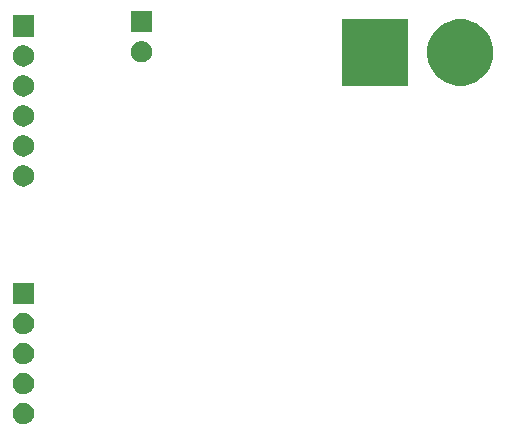
<source format=gbr>
G04 #@! TF.GenerationSoftware,KiCad,Pcbnew,(5.1.5-0)*
G04 #@! TF.CreationDate,2022-03-06T00:17:08-05:00*
G04 #@! TF.ProjectId,ESC_V4,4553435f-5634-42e6-9b69-6361645f7063,rev?*
G04 #@! TF.SameCoordinates,Original*
G04 #@! TF.FileFunction,Soldermask,Bot*
G04 #@! TF.FilePolarity,Negative*
%FSLAX46Y46*%
G04 Gerber Fmt 4.6, Leading zero omitted, Abs format (unit mm)*
G04 Created by KiCad (PCBNEW (5.1.5-0)) date 2022-03-06 00:17:08*
%MOMM*%
%LPD*%
G04 APERTURE LIST*
%ADD10C,0.100000*%
G04 APERTURE END LIST*
D10*
G36*
X206113512Y-81463927D02*
G01*
X206262812Y-81493624D01*
X206426784Y-81561544D01*
X206574354Y-81660147D01*
X206699853Y-81785646D01*
X206798456Y-81933216D01*
X206866376Y-82097188D01*
X206901000Y-82271259D01*
X206901000Y-82448741D01*
X206866376Y-82622812D01*
X206798456Y-82786784D01*
X206699853Y-82934354D01*
X206574354Y-83059853D01*
X206426784Y-83158456D01*
X206262812Y-83226376D01*
X206113512Y-83256073D01*
X206088742Y-83261000D01*
X205911258Y-83261000D01*
X205886488Y-83256073D01*
X205737188Y-83226376D01*
X205573216Y-83158456D01*
X205425646Y-83059853D01*
X205300147Y-82934354D01*
X205201544Y-82786784D01*
X205133624Y-82622812D01*
X205099000Y-82448741D01*
X205099000Y-82271259D01*
X205133624Y-82097188D01*
X205201544Y-81933216D01*
X205300147Y-81785646D01*
X205425646Y-81660147D01*
X205573216Y-81561544D01*
X205737188Y-81493624D01*
X205886488Y-81463927D01*
X205911258Y-81459000D01*
X206088742Y-81459000D01*
X206113512Y-81463927D01*
G37*
G36*
X206113512Y-78923927D02*
G01*
X206262812Y-78953624D01*
X206426784Y-79021544D01*
X206574354Y-79120147D01*
X206699853Y-79245646D01*
X206798456Y-79393216D01*
X206866376Y-79557188D01*
X206901000Y-79731259D01*
X206901000Y-79908741D01*
X206866376Y-80082812D01*
X206798456Y-80246784D01*
X206699853Y-80394354D01*
X206574354Y-80519853D01*
X206426784Y-80618456D01*
X206262812Y-80686376D01*
X206113512Y-80716073D01*
X206088742Y-80721000D01*
X205911258Y-80721000D01*
X205886488Y-80716073D01*
X205737188Y-80686376D01*
X205573216Y-80618456D01*
X205425646Y-80519853D01*
X205300147Y-80394354D01*
X205201544Y-80246784D01*
X205133624Y-80082812D01*
X205099000Y-79908741D01*
X205099000Y-79731259D01*
X205133624Y-79557188D01*
X205201544Y-79393216D01*
X205300147Y-79245646D01*
X205425646Y-79120147D01*
X205573216Y-79021544D01*
X205737188Y-78953624D01*
X205886488Y-78923927D01*
X205911258Y-78919000D01*
X206088742Y-78919000D01*
X206113512Y-78923927D01*
G37*
G36*
X206113512Y-76383927D02*
G01*
X206262812Y-76413624D01*
X206426784Y-76481544D01*
X206574354Y-76580147D01*
X206699853Y-76705646D01*
X206798456Y-76853216D01*
X206866376Y-77017188D01*
X206901000Y-77191259D01*
X206901000Y-77368741D01*
X206866376Y-77542812D01*
X206798456Y-77706784D01*
X206699853Y-77854354D01*
X206574354Y-77979853D01*
X206426784Y-78078456D01*
X206262812Y-78146376D01*
X206113512Y-78176073D01*
X206088742Y-78181000D01*
X205911258Y-78181000D01*
X205886488Y-78176073D01*
X205737188Y-78146376D01*
X205573216Y-78078456D01*
X205425646Y-77979853D01*
X205300147Y-77854354D01*
X205201544Y-77706784D01*
X205133624Y-77542812D01*
X205099000Y-77368741D01*
X205099000Y-77191259D01*
X205133624Y-77017188D01*
X205201544Y-76853216D01*
X205300147Y-76705646D01*
X205425646Y-76580147D01*
X205573216Y-76481544D01*
X205737188Y-76413624D01*
X205886488Y-76383927D01*
X205911258Y-76379000D01*
X206088742Y-76379000D01*
X206113512Y-76383927D01*
G37*
G36*
X206113512Y-73843927D02*
G01*
X206262812Y-73873624D01*
X206426784Y-73941544D01*
X206574354Y-74040147D01*
X206699853Y-74165646D01*
X206798456Y-74313216D01*
X206866376Y-74477188D01*
X206901000Y-74651259D01*
X206901000Y-74828741D01*
X206866376Y-75002812D01*
X206798456Y-75166784D01*
X206699853Y-75314354D01*
X206574354Y-75439853D01*
X206426784Y-75538456D01*
X206262812Y-75606376D01*
X206113512Y-75636073D01*
X206088742Y-75641000D01*
X205911258Y-75641000D01*
X205886488Y-75636073D01*
X205737188Y-75606376D01*
X205573216Y-75538456D01*
X205425646Y-75439853D01*
X205300147Y-75314354D01*
X205201544Y-75166784D01*
X205133624Y-75002812D01*
X205099000Y-74828741D01*
X205099000Y-74651259D01*
X205133624Y-74477188D01*
X205201544Y-74313216D01*
X205300147Y-74165646D01*
X205425646Y-74040147D01*
X205573216Y-73941544D01*
X205737188Y-73873624D01*
X205886488Y-73843927D01*
X205911258Y-73839000D01*
X206088742Y-73839000D01*
X206113512Y-73843927D01*
G37*
G36*
X206901000Y-73101000D02*
G01*
X205099000Y-73101000D01*
X205099000Y-71299000D01*
X206901000Y-71299000D01*
X206901000Y-73101000D01*
G37*
G36*
X206113512Y-61353927D02*
G01*
X206262812Y-61383624D01*
X206426784Y-61451544D01*
X206574354Y-61550147D01*
X206699853Y-61675646D01*
X206798456Y-61823216D01*
X206866376Y-61987188D01*
X206901000Y-62161259D01*
X206901000Y-62338741D01*
X206866376Y-62512812D01*
X206798456Y-62676784D01*
X206699853Y-62824354D01*
X206574354Y-62949853D01*
X206426784Y-63048456D01*
X206262812Y-63116376D01*
X206113512Y-63146073D01*
X206088742Y-63151000D01*
X205911258Y-63151000D01*
X205886488Y-63146073D01*
X205737188Y-63116376D01*
X205573216Y-63048456D01*
X205425646Y-62949853D01*
X205300147Y-62824354D01*
X205201544Y-62676784D01*
X205133624Y-62512812D01*
X205099000Y-62338741D01*
X205099000Y-62161259D01*
X205133624Y-61987188D01*
X205201544Y-61823216D01*
X205300147Y-61675646D01*
X205425646Y-61550147D01*
X205573216Y-61451544D01*
X205737188Y-61383624D01*
X205886488Y-61353927D01*
X205911258Y-61349000D01*
X206088742Y-61349000D01*
X206113512Y-61353927D01*
G37*
G36*
X206113512Y-58813927D02*
G01*
X206262812Y-58843624D01*
X206426784Y-58911544D01*
X206574354Y-59010147D01*
X206699853Y-59135646D01*
X206798456Y-59283216D01*
X206866376Y-59447188D01*
X206901000Y-59621259D01*
X206901000Y-59798741D01*
X206866376Y-59972812D01*
X206798456Y-60136784D01*
X206699853Y-60284354D01*
X206574354Y-60409853D01*
X206426784Y-60508456D01*
X206262812Y-60576376D01*
X206113512Y-60606073D01*
X206088742Y-60611000D01*
X205911258Y-60611000D01*
X205886488Y-60606073D01*
X205737188Y-60576376D01*
X205573216Y-60508456D01*
X205425646Y-60409853D01*
X205300147Y-60284354D01*
X205201544Y-60136784D01*
X205133624Y-59972812D01*
X205099000Y-59798741D01*
X205099000Y-59621259D01*
X205133624Y-59447188D01*
X205201544Y-59283216D01*
X205300147Y-59135646D01*
X205425646Y-59010147D01*
X205573216Y-58911544D01*
X205737188Y-58843624D01*
X205886488Y-58813927D01*
X205911258Y-58809000D01*
X206088742Y-58809000D01*
X206113512Y-58813927D01*
G37*
G36*
X206113512Y-56273927D02*
G01*
X206262812Y-56303624D01*
X206426784Y-56371544D01*
X206574354Y-56470147D01*
X206699853Y-56595646D01*
X206798456Y-56743216D01*
X206866376Y-56907188D01*
X206901000Y-57081259D01*
X206901000Y-57258741D01*
X206866376Y-57432812D01*
X206798456Y-57596784D01*
X206699853Y-57744354D01*
X206574354Y-57869853D01*
X206426784Y-57968456D01*
X206262812Y-58036376D01*
X206113512Y-58066073D01*
X206088742Y-58071000D01*
X205911258Y-58071000D01*
X205886488Y-58066073D01*
X205737188Y-58036376D01*
X205573216Y-57968456D01*
X205425646Y-57869853D01*
X205300147Y-57744354D01*
X205201544Y-57596784D01*
X205133624Y-57432812D01*
X205099000Y-57258741D01*
X205099000Y-57081259D01*
X205133624Y-56907188D01*
X205201544Y-56743216D01*
X205300147Y-56595646D01*
X205425646Y-56470147D01*
X205573216Y-56371544D01*
X205737188Y-56303624D01*
X205886488Y-56273927D01*
X205911258Y-56269000D01*
X206088742Y-56269000D01*
X206113512Y-56273927D01*
G37*
G36*
X206113512Y-53733927D02*
G01*
X206262812Y-53763624D01*
X206426784Y-53831544D01*
X206574354Y-53930147D01*
X206699853Y-54055646D01*
X206798456Y-54203216D01*
X206866376Y-54367188D01*
X206901000Y-54541259D01*
X206901000Y-54718741D01*
X206866376Y-54892812D01*
X206798456Y-55056784D01*
X206699853Y-55204354D01*
X206574354Y-55329853D01*
X206426784Y-55428456D01*
X206262812Y-55496376D01*
X206113512Y-55526073D01*
X206088742Y-55531000D01*
X205911258Y-55531000D01*
X205886488Y-55526073D01*
X205737188Y-55496376D01*
X205573216Y-55428456D01*
X205425646Y-55329853D01*
X205300147Y-55204354D01*
X205201544Y-55056784D01*
X205133624Y-54892812D01*
X205099000Y-54718741D01*
X205099000Y-54541259D01*
X205133624Y-54367188D01*
X205201544Y-54203216D01*
X205300147Y-54055646D01*
X205425646Y-53930147D01*
X205573216Y-53831544D01*
X205737188Y-53763624D01*
X205886488Y-53733927D01*
X205911258Y-53729000D01*
X206088742Y-53729000D01*
X206113512Y-53733927D01*
G37*
G36*
X243638457Y-49062965D02*
G01*
X243819355Y-49098948D01*
X244330561Y-49310696D01*
X244790633Y-49618107D01*
X245181893Y-50009367D01*
X245489304Y-50469439D01*
X245701052Y-50980645D01*
X245701052Y-50980646D01*
X245809000Y-51523336D01*
X245809000Y-52076664D01*
X245761720Y-52314354D01*
X245701052Y-52619355D01*
X245489304Y-53130561D01*
X245181893Y-53590633D01*
X244790633Y-53981893D01*
X244330561Y-54289304D01*
X243819355Y-54501052D01*
X243638457Y-54537035D01*
X243276664Y-54609000D01*
X242723336Y-54609000D01*
X242361543Y-54537035D01*
X242180645Y-54501052D01*
X241669439Y-54289304D01*
X241209367Y-53981893D01*
X240818107Y-53590633D01*
X240510696Y-53130561D01*
X240298948Y-52619355D01*
X240238280Y-52314354D01*
X240191000Y-52076664D01*
X240191000Y-51523336D01*
X240298948Y-50980646D01*
X240298948Y-50980645D01*
X240510696Y-50469439D01*
X240818107Y-50009367D01*
X241209367Y-49618107D01*
X241669439Y-49310696D01*
X242180645Y-49098948D01*
X242361543Y-49062965D01*
X242723336Y-48991000D01*
X243276664Y-48991000D01*
X243638457Y-49062965D01*
G37*
G36*
X238609000Y-54609000D02*
G01*
X232991000Y-54609000D01*
X232991000Y-48991000D01*
X238609000Y-48991000D01*
X238609000Y-54609000D01*
G37*
G36*
X206113512Y-51193927D02*
G01*
X206262812Y-51223624D01*
X206426784Y-51291544D01*
X206574354Y-51390147D01*
X206699853Y-51515646D01*
X206798456Y-51663216D01*
X206866376Y-51827188D01*
X206901000Y-52001259D01*
X206901000Y-52178741D01*
X206866376Y-52352812D01*
X206798456Y-52516784D01*
X206699853Y-52664354D01*
X206574354Y-52789853D01*
X206426784Y-52888456D01*
X206262812Y-52956376D01*
X206113512Y-52986073D01*
X206088742Y-52991000D01*
X205911258Y-52991000D01*
X205886488Y-52986073D01*
X205737188Y-52956376D01*
X205573216Y-52888456D01*
X205425646Y-52789853D01*
X205300147Y-52664354D01*
X205201544Y-52516784D01*
X205133624Y-52352812D01*
X205099000Y-52178741D01*
X205099000Y-52001259D01*
X205133624Y-51827188D01*
X205201544Y-51663216D01*
X205300147Y-51515646D01*
X205425646Y-51390147D01*
X205573216Y-51291544D01*
X205737188Y-51223624D01*
X205886488Y-51193927D01*
X205911258Y-51189000D01*
X206088742Y-51189000D01*
X206113512Y-51193927D01*
G37*
G36*
X216113512Y-50843927D02*
G01*
X216262812Y-50873624D01*
X216426784Y-50941544D01*
X216574354Y-51040147D01*
X216699853Y-51165646D01*
X216798456Y-51313216D01*
X216866376Y-51477188D01*
X216901000Y-51651259D01*
X216901000Y-51828741D01*
X216866376Y-52002812D01*
X216798456Y-52166784D01*
X216699853Y-52314354D01*
X216574354Y-52439853D01*
X216426784Y-52538456D01*
X216262812Y-52606376D01*
X216113512Y-52636073D01*
X216088742Y-52641000D01*
X215911258Y-52641000D01*
X215886488Y-52636073D01*
X215737188Y-52606376D01*
X215573216Y-52538456D01*
X215425646Y-52439853D01*
X215300147Y-52314354D01*
X215201544Y-52166784D01*
X215133624Y-52002812D01*
X215099000Y-51828741D01*
X215099000Y-51651259D01*
X215133624Y-51477188D01*
X215201544Y-51313216D01*
X215300147Y-51165646D01*
X215425646Y-51040147D01*
X215573216Y-50941544D01*
X215737188Y-50873624D01*
X215886488Y-50843927D01*
X215911258Y-50839000D01*
X216088742Y-50839000D01*
X216113512Y-50843927D01*
G37*
G36*
X206901000Y-50451000D02*
G01*
X205099000Y-50451000D01*
X205099000Y-48649000D01*
X206901000Y-48649000D01*
X206901000Y-50451000D01*
G37*
G36*
X216901000Y-50101000D02*
G01*
X215099000Y-50101000D01*
X215099000Y-48299000D01*
X216901000Y-48299000D01*
X216901000Y-50101000D01*
G37*
M02*

</source>
